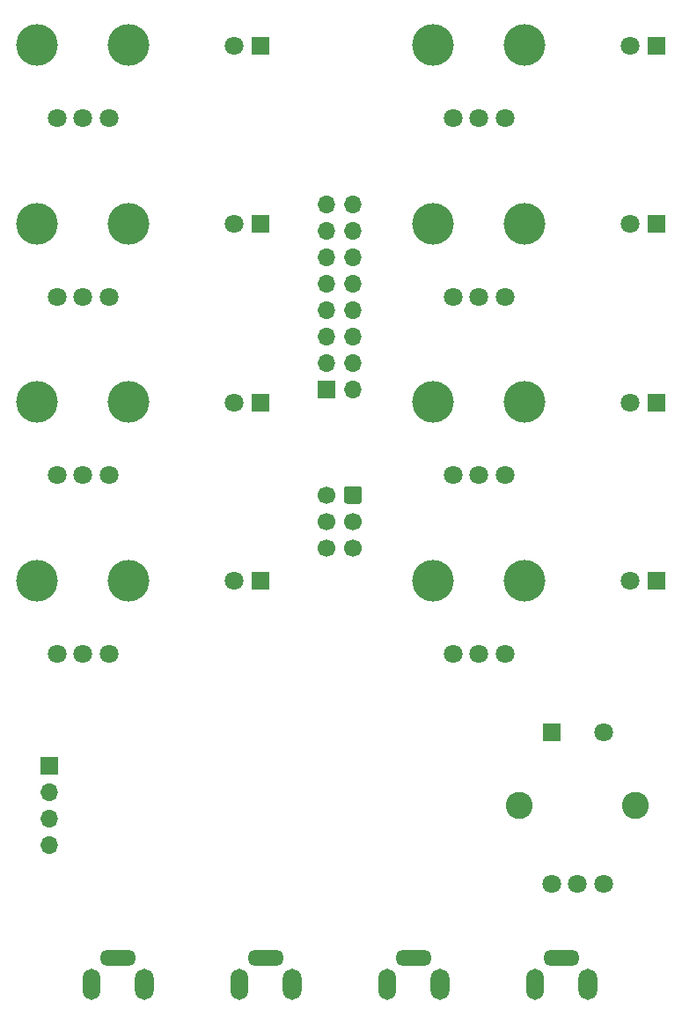
<source format=gbr>
%TF.GenerationSoftware,KiCad,Pcbnew,5.1.9*%
%TF.CreationDate,2021-03-22T22:06:03+01:00*%
%TF.ProjectId,control_voltage_eurorack_module,636f6e74-726f-46c5-9f76-6f6c74616765,rev?*%
%TF.SameCoordinates,Original*%
%TF.FileFunction,Soldermask,Top*%
%TF.FilePolarity,Negative*%
%FSLAX46Y46*%
G04 Gerber Fmt 4.6, Leading zero omitted, Abs format (unit mm)*
G04 Created by KiCad (PCBNEW 5.1.9) date 2021-03-22 22:06:03*
%MOMM*%
%LPD*%
G01*
G04 APERTURE LIST*
%ADD10C,4.000000*%
%ADD11C,1.800000*%
%ADD12O,1.700000X1.700000*%
%ADD13R,1.700000X1.700000*%
%ADD14R,1.800000X1.800000*%
%ADD15C,1.700000*%
%ADD16O,1.800000X3.000000*%
%ADD17O,1.700000X3.000000*%
%ADD18O,3.500000X1.500000*%
%ADD19C,2.600000*%
G04 APERTURE END LIST*
D10*
%TO.C,RV8*%
X67940000Y-76185000D03*
X59140000Y-76185000D03*
D11*
X66040000Y-83185000D03*
X63540000Y-83185000D03*
X61040000Y-83185000D03*
%TD*%
D10*
%TO.C,RV7*%
X67940000Y-59040000D03*
X59140000Y-59040000D03*
D11*
X66040000Y-66040000D03*
X63540000Y-66040000D03*
X61040000Y-66040000D03*
%TD*%
D10*
%TO.C,RV6*%
X67940000Y-41895000D03*
X59140000Y-41895000D03*
D11*
X66040000Y-48895000D03*
X63540000Y-48895000D03*
X61040000Y-48895000D03*
%TD*%
D10*
%TO.C,RV5*%
X67940000Y-24750000D03*
X59140000Y-24750000D03*
D11*
X66040000Y-31750000D03*
X63540000Y-31750000D03*
X61040000Y-31750000D03*
%TD*%
D10*
%TO.C,RV4*%
X29840000Y-76185000D03*
X21040000Y-76185000D03*
D11*
X27940000Y-83185000D03*
X25440000Y-83185000D03*
X22940000Y-83185000D03*
%TD*%
D10*
%TO.C,RV3*%
X29840000Y-59040000D03*
X21040000Y-59040000D03*
D11*
X27940000Y-66040000D03*
X25440000Y-66040000D03*
X22940000Y-66040000D03*
%TD*%
D10*
%TO.C,RV2*%
X29840000Y-41895000D03*
X21040000Y-41895000D03*
D11*
X27940000Y-48895000D03*
X25440000Y-48895000D03*
X22940000Y-48895000D03*
%TD*%
D10*
%TO.C,RV1*%
X29840000Y-24750000D03*
X21040000Y-24750000D03*
D11*
X27940000Y-31750000D03*
X25440000Y-31750000D03*
X22940000Y-31750000D03*
%TD*%
D12*
%TO.C,J4*%
X22225000Y-101600000D03*
X22225000Y-99060000D03*
X22225000Y-96520000D03*
D13*
X22225000Y-93980000D03*
%TD*%
D12*
%TO.C,J1*%
X51435000Y-40005000D03*
X48895000Y-40005000D03*
X51435000Y-42545000D03*
X48895000Y-42545000D03*
X51435000Y-45085000D03*
X48895000Y-45085000D03*
X51435000Y-47625000D03*
X48895000Y-47625000D03*
X51435000Y-50165000D03*
X48895000Y-50165000D03*
X51435000Y-52705000D03*
X48895000Y-52705000D03*
X51435000Y-55245000D03*
X48895000Y-55245000D03*
X51435000Y-57785000D03*
D13*
X48895000Y-57785000D03*
%TD*%
D11*
%TO.C,D1*%
X40005000Y-24765000D03*
D14*
X42545000Y-24765000D03*
%TD*%
D11*
%TO.C,D2*%
X40005000Y-41910000D03*
D14*
X42545000Y-41910000D03*
%TD*%
D11*
%TO.C,D3*%
X40005000Y-59055000D03*
D14*
X42545000Y-59055000D03*
%TD*%
D11*
%TO.C,D4*%
X40005000Y-76200000D03*
D14*
X42545000Y-76200000D03*
%TD*%
D11*
%TO.C,D5*%
X78105000Y-24765000D03*
D14*
X80645000Y-24765000D03*
%TD*%
D11*
%TO.C,D6*%
X78105000Y-41910000D03*
D14*
X80645000Y-41910000D03*
%TD*%
D11*
%TO.C,D7*%
X78105000Y-59055000D03*
D14*
X80645000Y-59055000D03*
%TD*%
D11*
%TO.C,D8*%
X78105000Y-76200000D03*
D14*
X80645000Y-76200000D03*
%TD*%
D15*
%TO.C,J2*%
X48895000Y-73025000D03*
X48895000Y-70485000D03*
X48895000Y-67945000D03*
X51435000Y-73025000D03*
X51435000Y-70485000D03*
G36*
G01*
X52285000Y-67345000D02*
X52285000Y-68545000D01*
G75*
G02*
X52035000Y-68795000I-250000J0D01*
G01*
X50835000Y-68795000D01*
G75*
G02*
X50585000Y-68545000I0J250000D01*
G01*
X50585000Y-67345000D01*
G75*
G02*
X50835000Y-67095000I250000J0D01*
G01*
X52035000Y-67095000D01*
G75*
G02*
X52285000Y-67345000I0J-250000D01*
G01*
G37*
%TD*%
D16*
%TO.C,J5*%
X74041000Y-114935000D03*
D17*
X68961000Y-114935000D03*
D18*
X71501000Y-112395000D03*
%TD*%
D16*
%TO.C,J7*%
X31369000Y-114935000D03*
D17*
X26289000Y-114935000D03*
D18*
X28829000Y-112395000D03*
%TD*%
D16*
%TO.C,J6*%
X59817000Y-114935000D03*
D17*
X54737000Y-114935000D03*
D18*
X57277000Y-112395000D03*
%TD*%
D16*
%TO.C,J3*%
X45593000Y-114935000D03*
D17*
X40513000Y-114935000D03*
D18*
X43053000Y-112395000D03*
%TD*%
D11*
%TO.C,SW1*%
X75525000Y-105290000D03*
X73025000Y-105290000D03*
X70525000Y-105290000D03*
X75525000Y-90790000D03*
D14*
X70525000Y-90790000D03*
D19*
X78625000Y-97790000D03*
X67425000Y-97790000D03*
%TD*%
M02*

</source>
